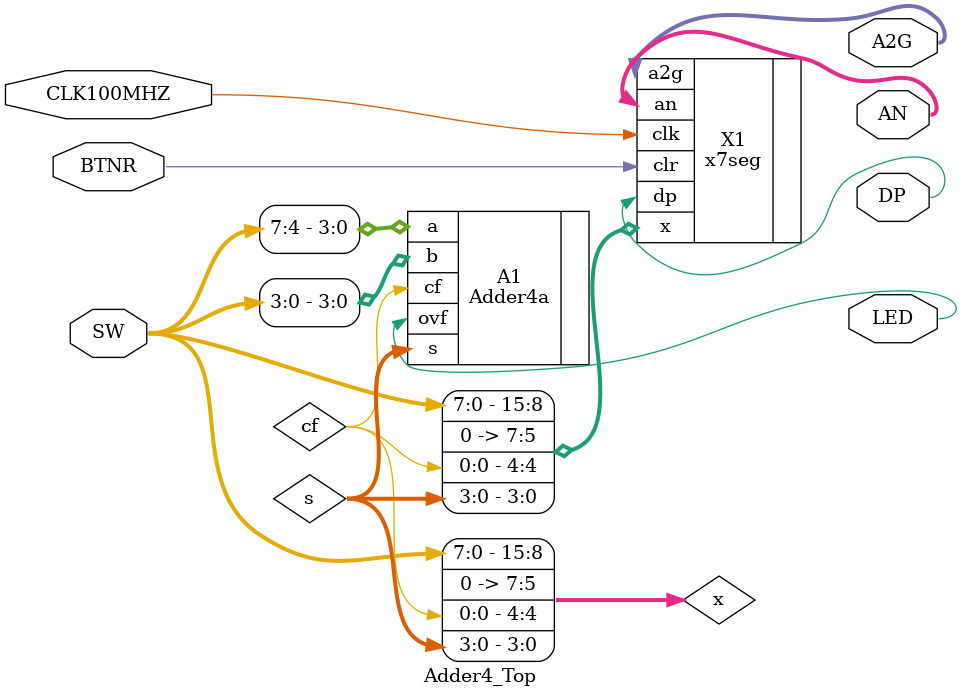
<source format=sv>
module Adder4_Top(
    input  logic CLK100MHZ,
    input  logic BTNR,
    input  logic [7:0] SW,
    output logic [0:0] LED,
    output logic [6:0] A2G,
    output logic [3:0] AN,
    output logic DP );
    
    logic [15:0] x;
    logic cf;
    logic [3:0] s;
    
    assign x[15:12] = SW[7:4];
    assign x[11:8]  = SW[3:0];
    assign x[7:4]   = {3'b000, cf};
    assign x[3:0]   = s;
    
    Adder4a A1(.a(SW[7:4]),
               .b(SW[3:0]),
               .s(s),
               .cf(cf),
               .ovf(LED[0]));
               
    x7seg X1(.x(x),
             .clk(CLK100MHZ),
             .clr(BTNR),
             .a2g(A2G),
             .an(AN),
             .dp(DP) );
endmodule
</source>
